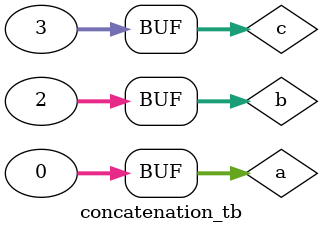
<source format=v>
module concatenation_tb;                            // Module declaration for testbench
  reg [31:0]a,b,c;                                 // Declare 32-bit wide registers a, b, c
  wire [31:0] x,y;                                 // Declare 32-bit wide wires x, y
  
  concatenation thh(.a(a), .b(b), .c(c), .x(x), .y(y));  // Instantiate the module concatenation
  
  initial begin                                    // Initial block starts
    $dumpfile("concatenation.vcd");               // Define the VCD dump file
    $dumpvars();                                   // Dump all variables
    
  end                                              // End of initial block
  
  initial                                          // Another initial block starts
  begin                                            // Begin block
    
    a=3'b000;                                      // Assign value to a
    
    b=4'b0010;                                     // Assign value to b
    
    c=2'b11;                                       // Assign value to c
    
    $monitor("$time=%t a=%d b=%d c=%d x=%d y=%d",$time, a, b, c, x, y);  // Monitor the values of variables and time
  end                                              // End block
endmodule                                          // End of module

</source>
